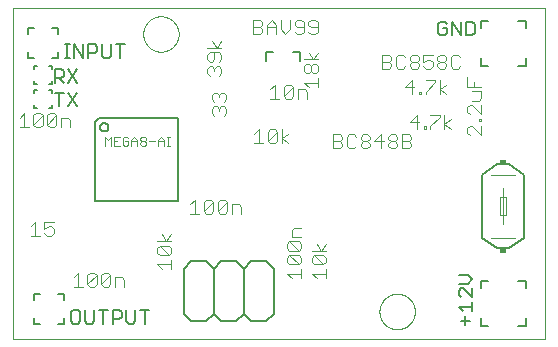
<source format=gto>
G75*
%MOIN*%
%OFA0B0*%
%FSLAX25Y25*%
%IPPOS*%
%LPD*%
%AMOC8*
5,1,8,0,0,1.08239X$1,22.5*
%
%ADD10C,0.00000*%
%ADD11C,0.00400*%
%ADD12C,0.00600*%
%ADD13C,0.00300*%
%ADD14C,0.00500*%
%ADD15C,0.00200*%
%ADD16R,0.02400X0.01400*%
D10*
X0001000Y0001000D02*
X0001000Y0111236D01*
X0178165Y0111236D01*
X0178165Y0001000D01*
X0001000Y0001000D01*
X0123047Y0010055D02*
X0123049Y0010208D01*
X0123055Y0010362D01*
X0123065Y0010515D01*
X0123079Y0010667D01*
X0123097Y0010820D01*
X0123119Y0010971D01*
X0123144Y0011122D01*
X0123174Y0011273D01*
X0123208Y0011423D01*
X0123245Y0011571D01*
X0123286Y0011719D01*
X0123331Y0011865D01*
X0123380Y0012011D01*
X0123433Y0012155D01*
X0123489Y0012297D01*
X0123549Y0012438D01*
X0123613Y0012578D01*
X0123680Y0012716D01*
X0123751Y0012852D01*
X0123826Y0012986D01*
X0123903Y0013118D01*
X0123985Y0013248D01*
X0124069Y0013376D01*
X0124157Y0013502D01*
X0124248Y0013625D01*
X0124342Y0013746D01*
X0124440Y0013864D01*
X0124540Y0013980D01*
X0124644Y0014093D01*
X0124750Y0014204D01*
X0124859Y0014312D01*
X0124971Y0014417D01*
X0125085Y0014518D01*
X0125203Y0014617D01*
X0125322Y0014713D01*
X0125444Y0014806D01*
X0125569Y0014895D01*
X0125696Y0014982D01*
X0125825Y0015064D01*
X0125956Y0015144D01*
X0126089Y0015220D01*
X0126224Y0015293D01*
X0126361Y0015362D01*
X0126500Y0015427D01*
X0126640Y0015489D01*
X0126782Y0015547D01*
X0126925Y0015602D01*
X0127070Y0015653D01*
X0127216Y0015700D01*
X0127363Y0015743D01*
X0127511Y0015782D01*
X0127660Y0015818D01*
X0127810Y0015849D01*
X0127961Y0015877D01*
X0128112Y0015901D01*
X0128265Y0015921D01*
X0128417Y0015937D01*
X0128570Y0015949D01*
X0128723Y0015957D01*
X0128876Y0015961D01*
X0129030Y0015961D01*
X0129183Y0015957D01*
X0129336Y0015949D01*
X0129489Y0015937D01*
X0129641Y0015921D01*
X0129794Y0015901D01*
X0129945Y0015877D01*
X0130096Y0015849D01*
X0130246Y0015818D01*
X0130395Y0015782D01*
X0130543Y0015743D01*
X0130690Y0015700D01*
X0130836Y0015653D01*
X0130981Y0015602D01*
X0131124Y0015547D01*
X0131266Y0015489D01*
X0131406Y0015427D01*
X0131545Y0015362D01*
X0131682Y0015293D01*
X0131817Y0015220D01*
X0131950Y0015144D01*
X0132081Y0015064D01*
X0132210Y0014982D01*
X0132337Y0014895D01*
X0132462Y0014806D01*
X0132584Y0014713D01*
X0132703Y0014617D01*
X0132821Y0014518D01*
X0132935Y0014417D01*
X0133047Y0014312D01*
X0133156Y0014204D01*
X0133262Y0014093D01*
X0133366Y0013980D01*
X0133466Y0013864D01*
X0133564Y0013746D01*
X0133658Y0013625D01*
X0133749Y0013502D01*
X0133837Y0013376D01*
X0133921Y0013248D01*
X0134003Y0013118D01*
X0134080Y0012986D01*
X0134155Y0012852D01*
X0134226Y0012716D01*
X0134293Y0012578D01*
X0134357Y0012438D01*
X0134417Y0012297D01*
X0134473Y0012155D01*
X0134526Y0012011D01*
X0134575Y0011865D01*
X0134620Y0011719D01*
X0134661Y0011571D01*
X0134698Y0011423D01*
X0134732Y0011273D01*
X0134762Y0011122D01*
X0134787Y0010971D01*
X0134809Y0010820D01*
X0134827Y0010667D01*
X0134841Y0010515D01*
X0134851Y0010362D01*
X0134857Y0010208D01*
X0134859Y0010055D01*
X0134857Y0009902D01*
X0134851Y0009748D01*
X0134841Y0009595D01*
X0134827Y0009443D01*
X0134809Y0009290D01*
X0134787Y0009139D01*
X0134762Y0008988D01*
X0134732Y0008837D01*
X0134698Y0008687D01*
X0134661Y0008539D01*
X0134620Y0008391D01*
X0134575Y0008245D01*
X0134526Y0008099D01*
X0134473Y0007955D01*
X0134417Y0007813D01*
X0134357Y0007672D01*
X0134293Y0007532D01*
X0134226Y0007394D01*
X0134155Y0007258D01*
X0134080Y0007124D01*
X0134003Y0006992D01*
X0133921Y0006862D01*
X0133837Y0006734D01*
X0133749Y0006608D01*
X0133658Y0006485D01*
X0133564Y0006364D01*
X0133466Y0006246D01*
X0133366Y0006130D01*
X0133262Y0006017D01*
X0133156Y0005906D01*
X0133047Y0005798D01*
X0132935Y0005693D01*
X0132821Y0005592D01*
X0132703Y0005493D01*
X0132584Y0005397D01*
X0132462Y0005304D01*
X0132337Y0005215D01*
X0132210Y0005128D01*
X0132081Y0005046D01*
X0131950Y0004966D01*
X0131817Y0004890D01*
X0131682Y0004817D01*
X0131545Y0004748D01*
X0131406Y0004683D01*
X0131266Y0004621D01*
X0131124Y0004563D01*
X0130981Y0004508D01*
X0130836Y0004457D01*
X0130690Y0004410D01*
X0130543Y0004367D01*
X0130395Y0004328D01*
X0130246Y0004292D01*
X0130096Y0004261D01*
X0129945Y0004233D01*
X0129794Y0004209D01*
X0129641Y0004189D01*
X0129489Y0004173D01*
X0129336Y0004161D01*
X0129183Y0004153D01*
X0129030Y0004149D01*
X0128876Y0004149D01*
X0128723Y0004153D01*
X0128570Y0004161D01*
X0128417Y0004173D01*
X0128265Y0004189D01*
X0128112Y0004209D01*
X0127961Y0004233D01*
X0127810Y0004261D01*
X0127660Y0004292D01*
X0127511Y0004328D01*
X0127363Y0004367D01*
X0127216Y0004410D01*
X0127070Y0004457D01*
X0126925Y0004508D01*
X0126782Y0004563D01*
X0126640Y0004621D01*
X0126500Y0004683D01*
X0126361Y0004748D01*
X0126224Y0004817D01*
X0126089Y0004890D01*
X0125956Y0004966D01*
X0125825Y0005046D01*
X0125696Y0005128D01*
X0125569Y0005215D01*
X0125444Y0005304D01*
X0125322Y0005397D01*
X0125203Y0005493D01*
X0125085Y0005592D01*
X0124971Y0005693D01*
X0124859Y0005798D01*
X0124750Y0005906D01*
X0124644Y0006017D01*
X0124540Y0006130D01*
X0124440Y0006246D01*
X0124342Y0006364D01*
X0124248Y0006485D01*
X0124157Y0006608D01*
X0124069Y0006734D01*
X0123985Y0006862D01*
X0123903Y0006992D01*
X0123826Y0007124D01*
X0123751Y0007258D01*
X0123680Y0007394D01*
X0123613Y0007532D01*
X0123549Y0007672D01*
X0123489Y0007813D01*
X0123433Y0007955D01*
X0123380Y0008099D01*
X0123331Y0008245D01*
X0123286Y0008391D01*
X0123245Y0008539D01*
X0123208Y0008687D01*
X0123174Y0008837D01*
X0123144Y0008988D01*
X0123119Y0009139D01*
X0123097Y0009290D01*
X0123079Y0009443D01*
X0123065Y0009595D01*
X0123055Y0009748D01*
X0123049Y0009902D01*
X0123047Y0010055D01*
X0044307Y0102575D02*
X0044309Y0102728D01*
X0044315Y0102882D01*
X0044325Y0103035D01*
X0044339Y0103187D01*
X0044357Y0103340D01*
X0044379Y0103491D01*
X0044404Y0103642D01*
X0044434Y0103793D01*
X0044468Y0103943D01*
X0044505Y0104091D01*
X0044546Y0104239D01*
X0044591Y0104385D01*
X0044640Y0104531D01*
X0044693Y0104675D01*
X0044749Y0104817D01*
X0044809Y0104958D01*
X0044873Y0105098D01*
X0044940Y0105236D01*
X0045011Y0105372D01*
X0045086Y0105506D01*
X0045163Y0105638D01*
X0045245Y0105768D01*
X0045329Y0105896D01*
X0045417Y0106022D01*
X0045508Y0106145D01*
X0045602Y0106266D01*
X0045700Y0106384D01*
X0045800Y0106500D01*
X0045904Y0106613D01*
X0046010Y0106724D01*
X0046119Y0106832D01*
X0046231Y0106937D01*
X0046345Y0107038D01*
X0046463Y0107137D01*
X0046582Y0107233D01*
X0046704Y0107326D01*
X0046829Y0107415D01*
X0046956Y0107502D01*
X0047085Y0107584D01*
X0047216Y0107664D01*
X0047349Y0107740D01*
X0047484Y0107813D01*
X0047621Y0107882D01*
X0047760Y0107947D01*
X0047900Y0108009D01*
X0048042Y0108067D01*
X0048185Y0108122D01*
X0048330Y0108173D01*
X0048476Y0108220D01*
X0048623Y0108263D01*
X0048771Y0108302D01*
X0048920Y0108338D01*
X0049070Y0108369D01*
X0049221Y0108397D01*
X0049372Y0108421D01*
X0049525Y0108441D01*
X0049677Y0108457D01*
X0049830Y0108469D01*
X0049983Y0108477D01*
X0050136Y0108481D01*
X0050290Y0108481D01*
X0050443Y0108477D01*
X0050596Y0108469D01*
X0050749Y0108457D01*
X0050901Y0108441D01*
X0051054Y0108421D01*
X0051205Y0108397D01*
X0051356Y0108369D01*
X0051506Y0108338D01*
X0051655Y0108302D01*
X0051803Y0108263D01*
X0051950Y0108220D01*
X0052096Y0108173D01*
X0052241Y0108122D01*
X0052384Y0108067D01*
X0052526Y0108009D01*
X0052666Y0107947D01*
X0052805Y0107882D01*
X0052942Y0107813D01*
X0053077Y0107740D01*
X0053210Y0107664D01*
X0053341Y0107584D01*
X0053470Y0107502D01*
X0053597Y0107415D01*
X0053722Y0107326D01*
X0053844Y0107233D01*
X0053963Y0107137D01*
X0054081Y0107038D01*
X0054195Y0106937D01*
X0054307Y0106832D01*
X0054416Y0106724D01*
X0054522Y0106613D01*
X0054626Y0106500D01*
X0054726Y0106384D01*
X0054824Y0106266D01*
X0054918Y0106145D01*
X0055009Y0106022D01*
X0055097Y0105896D01*
X0055181Y0105768D01*
X0055263Y0105638D01*
X0055340Y0105506D01*
X0055415Y0105372D01*
X0055486Y0105236D01*
X0055553Y0105098D01*
X0055617Y0104958D01*
X0055677Y0104817D01*
X0055733Y0104675D01*
X0055786Y0104531D01*
X0055835Y0104385D01*
X0055880Y0104239D01*
X0055921Y0104091D01*
X0055958Y0103943D01*
X0055992Y0103793D01*
X0056022Y0103642D01*
X0056047Y0103491D01*
X0056069Y0103340D01*
X0056087Y0103187D01*
X0056101Y0103035D01*
X0056111Y0102882D01*
X0056117Y0102728D01*
X0056119Y0102575D01*
X0056117Y0102422D01*
X0056111Y0102268D01*
X0056101Y0102115D01*
X0056087Y0101963D01*
X0056069Y0101810D01*
X0056047Y0101659D01*
X0056022Y0101508D01*
X0055992Y0101357D01*
X0055958Y0101207D01*
X0055921Y0101059D01*
X0055880Y0100911D01*
X0055835Y0100765D01*
X0055786Y0100619D01*
X0055733Y0100475D01*
X0055677Y0100333D01*
X0055617Y0100192D01*
X0055553Y0100052D01*
X0055486Y0099914D01*
X0055415Y0099778D01*
X0055340Y0099644D01*
X0055263Y0099512D01*
X0055181Y0099382D01*
X0055097Y0099254D01*
X0055009Y0099128D01*
X0054918Y0099005D01*
X0054824Y0098884D01*
X0054726Y0098766D01*
X0054626Y0098650D01*
X0054522Y0098537D01*
X0054416Y0098426D01*
X0054307Y0098318D01*
X0054195Y0098213D01*
X0054081Y0098112D01*
X0053963Y0098013D01*
X0053844Y0097917D01*
X0053722Y0097824D01*
X0053597Y0097735D01*
X0053470Y0097648D01*
X0053341Y0097566D01*
X0053210Y0097486D01*
X0053077Y0097410D01*
X0052942Y0097337D01*
X0052805Y0097268D01*
X0052666Y0097203D01*
X0052526Y0097141D01*
X0052384Y0097083D01*
X0052241Y0097028D01*
X0052096Y0096977D01*
X0051950Y0096930D01*
X0051803Y0096887D01*
X0051655Y0096848D01*
X0051506Y0096812D01*
X0051356Y0096781D01*
X0051205Y0096753D01*
X0051054Y0096729D01*
X0050901Y0096709D01*
X0050749Y0096693D01*
X0050596Y0096681D01*
X0050443Y0096673D01*
X0050290Y0096669D01*
X0050136Y0096669D01*
X0049983Y0096673D01*
X0049830Y0096681D01*
X0049677Y0096693D01*
X0049525Y0096709D01*
X0049372Y0096729D01*
X0049221Y0096753D01*
X0049070Y0096781D01*
X0048920Y0096812D01*
X0048771Y0096848D01*
X0048623Y0096887D01*
X0048476Y0096930D01*
X0048330Y0096977D01*
X0048185Y0097028D01*
X0048042Y0097083D01*
X0047900Y0097141D01*
X0047760Y0097203D01*
X0047621Y0097268D01*
X0047484Y0097337D01*
X0047349Y0097410D01*
X0047216Y0097486D01*
X0047085Y0097566D01*
X0046956Y0097648D01*
X0046829Y0097735D01*
X0046704Y0097824D01*
X0046582Y0097917D01*
X0046463Y0098013D01*
X0046345Y0098112D01*
X0046231Y0098213D01*
X0046119Y0098318D01*
X0046010Y0098426D01*
X0045904Y0098537D01*
X0045800Y0098650D01*
X0045700Y0098766D01*
X0045602Y0098884D01*
X0045508Y0099005D01*
X0045417Y0099128D01*
X0045329Y0099254D01*
X0045245Y0099382D01*
X0045163Y0099512D01*
X0045086Y0099644D01*
X0045011Y0099778D01*
X0044940Y0099914D01*
X0044873Y0100052D01*
X0044809Y0100192D01*
X0044749Y0100333D01*
X0044693Y0100475D01*
X0044640Y0100619D01*
X0044591Y0100765D01*
X0044546Y0100911D01*
X0044505Y0101059D01*
X0044468Y0101207D01*
X0044434Y0101357D01*
X0044404Y0101508D01*
X0044379Y0101659D01*
X0044357Y0101810D01*
X0044339Y0101963D01*
X0044325Y0102115D01*
X0044315Y0102268D01*
X0044309Y0102422D01*
X0044307Y0102575D01*
D11*
X0065704Y0097947D02*
X0070308Y0097947D01*
X0068773Y0097947D02*
X0067239Y0100249D01*
X0068773Y0097947D02*
X0070308Y0100249D01*
X0069541Y0096413D02*
X0066471Y0096413D01*
X0065704Y0095645D01*
X0065704Y0094111D01*
X0066471Y0093343D01*
X0067239Y0093343D01*
X0068006Y0094111D01*
X0068006Y0096413D01*
X0069541Y0096413D02*
X0070308Y0095645D01*
X0070308Y0094111D01*
X0069541Y0093343D01*
X0069541Y0091809D02*
X0070308Y0091041D01*
X0070308Y0089507D01*
X0069541Y0088739D01*
X0068006Y0090274D02*
X0068006Y0091041D01*
X0068773Y0091809D01*
X0069541Y0091809D01*
X0068006Y0091041D02*
X0067239Y0091809D01*
X0066471Y0091809D01*
X0065704Y0091041D01*
X0065704Y0089507D01*
X0066471Y0088739D01*
X0068046Y0083066D02*
X0068813Y0083066D01*
X0069581Y0082299D01*
X0070348Y0083066D01*
X0071115Y0083066D01*
X0071883Y0082299D01*
X0071883Y0080764D01*
X0071115Y0079997D01*
X0069581Y0081531D02*
X0069581Y0082299D01*
X0068046Y0083066D02*
X0067279Y0082299D01*
X0067279Y0080764D01*
X0068046Y0079997D01*
X0068046Y0078462D02*
X0068813Y0078462D01*
X0069581Y0077695D01*
X0070348Y0078462D01*
X0071115Y0078462D01*
X0071883Y0077695D01*
X0071883Y0076160D01*
X0071115Y0075393D01*
X0069581Y0076928D02*
X0069581Y0077695D01*
X0068046Y0078462D02*
X0067279Y0077695D01*
X0067279Y0076160D01*
X0068046Y0075393D01*
X0081207Y0069289D02*
X0082741Y0070824D01*
X0082741Y0066220D01*
X0081207Y0066220D02*
X0084276Y0066220D01*
X0085811Y0066987D02*
X0088880Y0070056D01*
X0088880Y0066987D01*
X0088113Y0066220D01*
X0086578Y0066220D01*
X0085811Y0066987D01*
X0085811Y0070056D01*
X0086578Y0070824D01*
X0088113Y0070824D01*
X0088880Y0070056D01*
X0090415Y0070824D02*
X0090415Y0066220D01*
X0090415Y0067754D02*
X0092717Y0069289D01*
X0090415Y0067754D02*
X0092717Y0066220D01*
X0107558Y0066829D02*
X0109860Y0066829D01*
X0110628Y0066061D01*
X0110628Y0065294D01*
X0109860Y0064527D01*
X0107558Y0064527D01*
X0107558Y0069131D01*
X0109860Y0069131D01*
X0110628Y0068363D01*
X0110628Y0067596D01*
X0109860Y0066829D01*
X0112162Y0068363D02*
X0112162Y0065294D01*
X0112930Y0064527D01*
X0114464Y0064527D01*
X0115231Y0065294D01*
X0116766Y0065294D02*
X0117533Y0064527D01*
X0119068Y0064527D01*
X0119835Y0065294D01*
X0119835Y0066061D01*
X0119068Y0066829D01*
X0117533Y0066829D01*
X0116766Y0067596D01*
X0116766Y0068363D01*
X0117533Y0069131D01*
X0119068Y0069131D01*
X0119835Y0068363D01*
X0119835Y0067596D01*
X0119068Y0066829D01*
X0117533Y0066829D02*
X0116766Y0066061D01*
X0116766Y0065294D01*
X0115231Y0068363D02*
X0114464Y0069131D01*
X0112930Y0069131D01*
X0112162Y0068363D01*
X0121370Y0066829D02*
X0124439Y0066829D01*
X0125974Y0067596D02*
X0125974Y0068363D01*
X0126741Y0069131D01*
X0128276Y0069131D01*
X0129043Y0068363D01*
X0129043Y0067596D01*
X0128276Y0066829D01*
X0126741Y0066829D01*
X0125974Y0067596D01*
X0126741Y0066829D02*
X0125974Y0066061D01*
X0125974Y0065294D01*
X0126741Y0064527D01*
X0128276Y0064527D01*
X0129043Y0065294D01*
X0129043Y0066061D01*
X0128276Y0066829D01*
X0130578Y0066829D02*
X0132880Y0066829D01*
X0133647Y0066061D01*
X0133647Y0065294D01*
X0132880Y0064527D01*
X0130578Y0064527D01*
X0130578Y0069131D01*
X0132880Y0069131D01*
X0133647Y0068363D01*
X0133647Y0067596D01*
X0132880Y0066829D01*
X0135451Y0071062D02*
X0135451Y0075666D01*
X0133149Y0073364D01*
X0136218Y0073364D01*
X0137753Y0071830D02*
X0138520Y0071830D01*
X0138520Y0071062D01*
X0137753Y0071062D01*
X0137753Y0071830D01*
X0140055Y0071830D02*
X0140055Y0071062D01*
X0140055Y0071830D02*
X0143124Y0074899D01*
X0143124Y0075666D01*
X0140055Y0075666D01*
X0144659Y0075666D02*
X0144659Y0071062D01*
X0144659Y0072597D02*
X0146961Y0074131D01*
X0144659Y0072597D02*
X0146961Y0071062D01*
X0152397Y0071199D02*
X0152397Y0069664D01*
X0153164Y0068897D01*
X0152397Y0071199D02*
X0153164Y0071966D01*
X0153932Y0071966D01*
X0157001Y0068897D01*
X0157001Y0071966D01*
X0157001Y0073501D02*
X0157001Y0074268D01*
X0156233Y0074268D01*
X0156233Y0073501D01*
X0157001Y0073501D01*
X0157001Y0075803D02*
X0153932Y0078872D01*
X0153164Y0078872D01*
X0152397Y0078105D01*
X0152397Y0076570D01*
X0153164Y0075803D01*
X0157001Y0075803D02*
X0157001Y0078872D01*
X0156233Y0080407D02*
X0157001Y0081174D01*
X0157001Y0083476D01*
X0153932Y0083476D01*
X0154699Y0085011D02*
X0154699Y0086545D01*
X0152397Y0085011D02*
X0152397Y0088080D01*
X0152397Y0085011D02*
X0157001Y0085011D01*
X0156233Y0080407D02*
X0153932Y0080407D01*
X0145386Y0082637D02*
X0143084Y0084172D01*
X0145386Y0085706D01*
X0143084Y0087241D02*
X0143084Y0082637D01*
X0141549Y0086474D02*
X0138480Y0083404D01*
X0138480Y0082637D01*
X0136945Y0082637D02*
X0136945Y0083404D01*
X0136178Y0083404D01*
X0136178Y0082637D01*
X0136945Y0082637D01*
X0133876Y0082637D02*
X0133876Y0087241D01*
X0131574Y0084939D01*
X0134643Y0084939D01*
X0138480Y0087241D02*
X0141549Y0087241D01*
X0141549Y0086474D01*
X0143080Y0090983D02*
X0142313Y0091751D01*
X0142313Y0092518D01*
X0143080Y0093285D01*
X0144615Y0093285D01*
X0145382Y0092518D01*
X0145382Y0091751D01*
X0144615Y0090983D01*
X0143080Y0090983D01*
X0140778Y0091751D02*
X0140011Y0090983D01*
X0138476Y0090983D01*
X0137709Y0091751D01*
X0136174Y0091751D02*
X0135407Y0090983D01*
X0133872Y0090983D01*
X0133105Y0091751D01*
X0133105Y0092518D01*
X0133872Y0093285D01*
X0135407Y0093285D01*
X0136174Y0092518D01*
X0136174Y0091751D01*
X0135407Y0093285D02*
X0136174Y0094053D01*
X0136174Y0094820D01*
X0135407Y0095587D01*
X0133872Y0095587D01*
X0133105Y0094820D01*
X0133105Y0094053D01*
X0133872Y0093285D01*
X0131570Y0094820D02*
X0130803Y0095587D01*
X0129268Y0095587D01*
X0128501Y0094820D01*
X0128501Y0091751D01*
X0129268Y0090983D01*
X0130803Y0090983D01*
X0131570Y0091751D01*
X0126966Y0091751D02*
X0126199Y0090983D01*
X0123897Y0090983D01*
X0123897Y0095587D01*
X0126199Y0095587D01*
X0126966Y0094820D01*
X0126966Y0094053D01*
X0126199Y0093285D01*
X0123897Y0093285D01*
X0126199Y0093285D02*
X0126966Y0092518D01*
X0126966Y0091751D01*
X0137709Y0093285D02*
X0139243Y0094053D01*
X0140011Y0094053D01*
X0140778Y0093285D01*
X0140778Y0091751D01*
X0142313Y0094053D02*
X0142313Y0094820D01*
X0143080Y0095587D01*
X0144615Y0095587D01*
X0145382Y0094820D01*
X0145382Y0094053D01*
X0144615Y0093285D01*
X0143080Y0093285D02*
X0142313Y0094053D01*
X0140778Y0095587D02*
X0137709Y0095587D01*
X0137709Y0093285D01*
X0146916Y0091751D02*
X0147684Y0090983D01*
X0149218Y0090983D01*
X0149986Y0091751D01*
X0146916Y0091751D02*
X0146916Y0094820D01*
X0147684Y0095587D01*
X0149218Y0095587D01*
X0149986Y0094820D01*
X0123672Y0069131D02*
X0121370Y0066829D01*
X0123672Y0064527D02*
X0123672Y0069131D01*
X0102513Y0084868D02*
X0102513Y0087937D01*
X0101745Y0089472D02*
X0100978Y0089472D01*
X0100211Y0090239D01*
X0100211Y0091774D01*
X0100978Y0092541D01*
X0101745Y0092541D01*
X0102513Y0091774D01*
X0102513Y0090239D01*
X0101745Y0089472D01*
X0100211Y0090239D02*
X0099443Y0089472D01*
X0098676Y0089472D01*
X0097909Y0090239D01*
X0097909Y0091774D01*
X0098676Y0092541D01*
X0099443Y0092541D01*
X0100211Y0091774D01*
X0100978Y0094076D02*
X0099443Y0096378D01*
X0097909Y0094076D02*
X0102513Y0094076D01*
X0100978Y0094076D02*
X0102513Y0096378D01*
X0101662Y0102598D02*
X0100127Y0102598D01*
X0099360Y0103365D01*
X0097825Y0103365D02*
X0097058Y0102598D01*
X0095523Y0102598D01*
X0094756Y0103365D01*
X0095523Y0104900D02*
X0097825Y0104900D01*
X0097825Y0106434D02*
X0097825Y0103365D01*
X0095523Y0104900D02*
X0094756Y0105667D01*
X0094756Y0106434D01*
X0095523Y0107202D01*
X0097058Y0107202D01*
X0097825Y0106434D01*
X0099360Y0106434D02*
X0100127Y0107202D01*
X0101662Y0107202D01*
X0102429Y0106434D01*
X0102429Y0103365D01*
X0101662Y0102598D01*
X0102429Y0104900D02*
X0100127Y0104900D01*
X0099360Y0105667D01*
X0099360Y0106434D01*
X0093221Y0107202D02*
X0093221Y0104132D01*
X0091687Y0102598D01*
X0090152Y0104132D01*
X0090152Y0107202D01*
X0088617Y0105667D02*
X0088617Y0102598D01*
X0088617Y0104900D02*
X0085548Y0104900D01*
X0085548Y0105667D02*
X0087083Y0107202D01*
X0088617Y0105667D01*
X0085548Y0105667D02*
X0085548Y0102598D01*
X0084013Y0103365D02*
X0083246Y0102598D01*
X0080944Y0102598D01*
X0080944Y0107202D01*
X0083246Y0107202D01*
X0084013Y0106434D01*
X0084013Y0105667D01*
X0083246Y0104900D01*
X0080944Y0104900D01*
X0083246Y0104900D02*
X0084013Y0104132D01*
X0084013Y0103365D01*
X0088187Y0085627D02*
X0088187Y0081023D01*
X0086653Y0081023D02*
X0089722Y0081023D01*
X0091257Y0081790D02*
X0094326Y0084859D01*
X0094326Y0081790D01*
X0093559Y0081023D01*
X0092024Y0081023D01*
X0091257Y0081790D01*
X0091257Y0084859D01*
X0092024Y0085627D01*
X0093559Y0085627D01*
X0094326Y0084859D01*
X0095861Y0084092D02*
X0098163Y0084092D01*
X0098930Y0083325D01*
X0098930Y0081023D01*
X0095861Y0081023D02*
X0095861Y0084092D01*
X0097909Y0086403D02*
X0102513Y0086403D01*
X0099443Y0084868D02*
X0097909Y0086403D01*
X0088187Y0085627D02*
X0086653Y0084092D01*
X0071509Y0047280D02*
X0072276Y0046513D01*
X0069207Y0043444D01*
X0069974Y0042676D01*
X0071509Y0042676D01*
X0072276Y0043444D01*
X0072276Y0046513D01*
X0071509Y0047280D02*
X0069974Y0047280D01*
X0069207Y0046513D01*
X0069207Y0043444D01*
X0067672Y0043444D02*
X0066905Y0042676D01*
X0065370Y0042676D01*
X0064603Y0043444D01*
X0067672Y0046513D01*
X0067672Y0043444D01*
X0064603Y0043444D02*
X0064603Y0046513D01*
X0065370Y0047280D01*
X0066905Y0047280D01*
X0067672Y0046513D01*
X0063068Y0042676D02*
X0059999Y0042676D01*
X0061534Y0042676D02*
X0061534Y0047280D01*
X0059999Y0045746D01*
X0073811Y0045746D02*
X0073811Y0042676D01*
X0076880Y0042676D02*
X0076880Y0044978D01*
X0076113Y0045746D01*
X0073811Y0045746D01*
X0093813Y0037255D02*
X0093813Y0034953D01*
X0096883Y0034953D01*
X0096115Y0033418D02*
X0096883Y0032651D01*
X0096883Y0031116D01*
X0096115Y0030349D01*
X0093046Y0033418D01*
X0096115Y0033418D01*
X0093046Y0033418D02*
X0092279Y0032651D01*
X0092279Y0031116D01*
X0093046Y0030349D01*
X0096115Y0030349D01*
X0096115Y0028814D02*
X0093046Y0028814D01*
X0096115Y0025745D01*
X0096883Y0026512D01*
X0096883Y0028047D01*
X0096115Y0028814D01*
X0093046Y0028814D02*
X0092279Y0028047D01*
X0092279Y0026512D01*
X0093046Y0025745D01*
X0096115Y0025745D01*
X0096883Y0024210D02*
X0096883Y0021141D01*
X0096883Y0022676D02*
X0092279Y0022676D01*
X0093813Y0021141D01*
X0100546Y0022676D02*
X0102081Y0021141D01*
X0100546Y0022676D02*
X0105150Y0022676D01*
X0105150Y0024210D02*
X0105150Y0021141D01*
X0104383Y0025745D02*
X0101314Y0025745D01*
X0100546Y0026512D01*
X0100546Y0028047D01*
X0101314Y0028814D01*
X0104383Y0025745D01*
X0105150Y0026512D01*
X0105150Y0028047D01*
X0104383Y0028814D01*
X0101314Y0028814D01*
X0100546Y0030349D02*
X0105150Y0030349D01*
X0103616Y0030349D02*
X0102081Y0032651D01*
X0103616Y0030349D02*
X0105150Y0032651D01*
X0096883Y0038022D02*
X0094581Y0038022D01*
X0093813Y0037255D01*
X0053576Y0035800D02*
X0052041Y0033498D01*
X0050506Y0035800D01*
X0048972Y0033498D02*
X0053576Y0033498D01*
X0052808Y0031964D02*
X0053576Y0031196D01*
X0053576Y0029662D01*
X0052808Y0028894D01*
X0049739Y0031964D01*
X0052808Y0031964D01*
X0049739Y0031964D02*
X0048972Y0031196D01*
X0048972Y0029662D01*
X0049739Y0028894D01*
X0052808Y0028894D01*
X0053576Y0027360D02*
X0053576Y0024291D01*
X0050506Y0024291D02*
X0048972Y0025825D01*
X0053576Y0025825D01*
X0037992Y0020687D02*
X0037992Y0018385D01*
X0037992Y0020687D02*
X0037225Y0021454D01*
X0034923Y0021454D01*
X0034923Y0018385D01*
X0033388Y0019152D02*
X0032621Y0018385D01*
X0031086Y0018385D01*
X0030319Y0019152D01*
X0033388Y0022222D01*
X0033388Y0019152D01*
X0030319Y0019152D02*
X0030319Y0022222D01*
X0031086Y0022989D01*
X0032621Y0022989D01*
X0033388Y0022222D01*
X0028784Y0022222D02*
X0028784Y0019152D01*
X0028017Y0018385D01*
X0026482Y0018385D01*
X0025715Y0019152D01*
X0028784Y0022222D01*
X0028017Y0022989D01*
X0026482Y0022989D01*
X0025715Y0022222D01*
X0025715Y0019152D01*
X0024180Y0018385D02*
X0021111Y0018385D01*
X0022646Y0018385D02*
X0022646Y0022989D01*
X0021111Y0021454D01*
X0013642Y0035354D02*
X0012107Y0035354D01*
X0011340Y0036121D01*
X0011340Y0037655D02*
X0012875Y0038423D01*
X0013642Y0038423D01*
X0014409Y0037655D01*
X0014409Y0036121D01*
X0013642Y0035354D01*
X0011340Y0037655D02*
X0011340Y0039957D01*
X0014409Y0039957D01*
X0008271Y0039957D02*
X0008271Y0035354D01*
X0006736Y0035354D02*
X0009806Y0035354D01*
X0006736Y0038423D02*
X0008271Y0039957D01*
X0008490Y0071574D02*
X0007723Y0072341D01*
X0010792Y0075411D01*
X0010792Y0072341D01*
X0010025Y0071574D01*
X0008490Y0071574D01*
X0007723Y0072341D02*
X0007723Y0075411D01*
X0008490Y0076178D01*
X0010025Y0076178D01*
X0010792Y0075411D01*
X0012327Y0075411D02*
X0013094Y0076178D01*
X0014629Y0076178D01*
X0015396Y0075411D01*
X0012327Y0072341D01*
X0013094Y0071574D01*
X0014629Y0071574D01*
X0015396Y0072341D01*
X0015396Y0075411D01*
X0016931Y0074643D02*
X0019233Y0074643D01*
X0020000Y0073876D01*
X0020000Y0071574D01*
X0016931Y0071574D02*
X0016931Y0074643D01*
X0012327Y0075411D02*
X0012327Y0072341D01*
X0006188Y0071574D02*
X0003119Y0071574D01*
X0004654Y0071574D02*
X0004654Y0076178D01*
X0003119Y0074643D01*
D12*
X0007843Y0077921D02*
X0007843Y0078921D01*
X0007843Y0077921D02*
X0008843Y0077921D01*
X0012843Y0077921D02*
X0013843Y0077921D01*
X0013843Y0078921D01*
X0013843Y0082921D02*
X0013843Y0083921D01*
X0012843Y0083921D01*
X0012843Y0085795D02*
X0013843Y0085795D01*
X0013843Y0086795D01*
X0013843Y0090795D02*
X0013843Y0091795D01*
X0012843Y0091795D01*
X0013843Y0094425D02*
X0015843Y0094425D01*
X0015843Y0096425D01*
X0007843Y0094425D02*
X0005843Y0094425D01*
X0005843Y0096425D01*
X0007843Y0091795D02*
X0007843Y0090795D01*
X0007843Y0091795D02*
X0008843Y0091795D01*
X0007843Y0086795D02*
X0007843Y0085795D01*
X0008843Y0085795D01*
X0008843Y0083921D02*
X0007843Y0083921D01*
X0007843Y0082921D01*
X0028303Y0073126D02*
X0029701Y0074524D01*
X0055902Y0074524D01*
X0055902Y0046925D01*
X0028303Y0046925D01*
X0028303Y0073126D01*
X0029888Y0071524D02*
X0029890Y0071599D01*
X0029896Y0071673D01*
X0029906Y0071747D01*
X0029919Y0071820D01*
X0029937Y0071893D01*
X0029958Y0071964D01*
X0029983Y0072035D01*
X0030012Y0072104D01*
X0030045Y0072171D01*
X0030081Y0072236D01*
X0030120Y0072300D01*
X0030162Y0072361D01*
X0030208Y0072420D01*
X0030257Y0072477D01*
X0030309Y0072530D01*
X0030363Y0072581D01*
X0030420Y0072630D01*
X0030480Y0072674D01*
X0030542Y0072716D01*
X0030606Y0072755D01*
X0030672Y0072790D01*
X0030739Y0072821D01*
X0030809Y0072849D01*
X0030879Y0072873D01*
X0030951Y0072894D01*
X0031024Y0072910D01*
X0031097Y0072923D01*
X0031172Y0072932D01*
X0031246Y0072937D01*
X0031321Y0072938D01*
X0031395Y0072935D01*
X0031470Y0072928D01*
X0031543Y0072917D01*
X0031617Y0072903D01*
X0031689Y0072884D01*
X0031760Y0072862D01*
X0031830Y0072836D01*
X0031899Y0072806D01*
X0031965Y0072773D01*
X0032030Y0072736D01*
X0032093Y0072696D01*
X0032154Y0072652D01*
X0032212Y0072606D01*
X0032268Y0072556D01*
X0032321Y0072504D01*
X0032372Y0072449D01*
X0032419Y0072391D01*
X0032463Y0072331D01*
X0032504Y0072268D01*
X0032542Y0072204D01*
X0032576Y0072138D01*
X0032607Y0072069D01*
X0032634Y0072000D01*
X0032657Y0071929D01*
X0032676Y0071857D01*
X0032692Y0071784D01*
X0032704Y0071710D01*
X0032712Y0071636D01*
X0032716Y0071561D01*
X0032716Y0071487D01*
X0032712Y0071412D01*
X0032704Y0071338D01*
X0032692Y0071264D01*
X0032676Y0071191D01*
X0032657Y0071119D01*
X0032634Y0071048D01*
X0032607Y0070979D01*
X0032576Y0070910D01*
X0032542Y0070844D01*
X0032504Y0070780D01*
X0032463Y0070717D01*
X0032419Y0070657D01*
X0032372Y0070599D01*
X0032321Y0070544D01*
X0032268Y0070492D01*
X0032212Y0070442D01*
X0032154Y0070396D01*
X0032093Y0070352D01*
X0032030Y0070312D01*
X0031965Y0070275D01*
X0031899Y0070242D01*
X0031830Y0070212D01*
X0031760Y0070186D01*
X0031689Y0070164D01*
X0031617Y0070145D01*
X0031543Y0070131D01*
X0031470Y0070120D01*
X0031395Y0070113D01*
X0031321Y0070110D01*
X0031246Y0070111D01*
X0031172Y0070116D01*
X0031097Y0070125D01*
X0031024Y0070138D01*
X0030951Y0070154D01*
X0030879Y0070175D01*
X0030809Y0070199D01*
X0030739Y0070227D01*
X0030672Y0070258D01*
X0030606Y0070293D01*
X0030542Y0070332D01*
X0030480Y0070374D01*
X0030420Y0070418D01*
X0030363Y0070467D01*
X0030309Y0070518D01*
X0030257Y0070571D01*
X0030208Y0070628D01*
X0030162Y0070687D01*
X0030120Y0070748D01*
X0030081Y0070812D01*
X0030045Y0070877D01*
X0030012Y0070944D01*
X0029983Y0071013D01*
X0029958Y0071084D01*
X0029937Y0071155D01*
X0029919Y0071228D01*
X0029906Y0071301D01*
X0029896Y0071375D01*
X0029890Y0071449D01*
X0029888Y0071524D01*
X0015843Y0102425D02*
X0015843Y0104425D01*
X0013843Y0104425D01*
X0007843Y0104425D02*
X0005843Y0104425D01*
X0005843Y0102425D01*
X0085400Y0096631D02*
X0085400Y0093431D01*
X0085400Y0096631D02*
X0087600Y0096631D01*
X0094400Y0096631D02*
X0096600Y0096631D01*
X0096600Y0093431D01*
X0156886Y0094425D02*
X0156886Y0091925D01*
X0159386Y0091925D01*
X0169386Y0091925D02*
X0171886Y0091925D01*
X0171886Y0094425D01*
X0171886Y0104425D02*
X0171886Y0106925D01*
X0169386Y0106925D01*
X0159386Y0106925D02*
X0156886Y0106925D01*
X0156886Y0104425D01*
X0162386Y0059094D02*
X0157386Y0055594D01*
X0157386Y0034594D01*
X0162386Y0031094D01*
X0166386Y0031094D01*
X0171386Y0034594D01*
X0171386Y0055594D01*
X0166386Y0059094D01*
X0162386Y0059094D01*
X0159386Y0020311D02*
X0156886Y0020311D01*
X0156886Y0017811D01*
X0169386Y0020311D02*
X0171886Y0020311D01*
X0171886Y0017811D01*
X0171886Y0007811D02*
X0171886Y0005311D01*
X0169386Y0005311D01*
X0159386Y0005311D02*
X0156886Y0005311D01*
X0156886Y0007811D01*
X0087890Y0009248D02*
X0087890Y0024248D01*
X0085390Y0026748D01*
X0080390Y0026748D01*
X0077890Y0024248D01*
X0077890Y0009248D01*
X0080390Y0006748D01*
X0085390Y0006748D01*
X0087890Y0009248D01*
X0077890Y0009248D02*
X0075390Y0006748D01*
X0070390Y0006748D01*
X0067890Y0009248D01*
X0067890Y0024248D01*
X0070390Y0026748D01*
X0075390Y0026748D01*
X0077890Y0024248D01*
X0067890Y0024248D02*
X0065390Y0026748D01*
X0060390Y0026748D01*
X0057890Y0024248D01*
X0057890Y0009248D01*
X0060390Y0006748D01*
X0065390Y0006748D01*
X0067890Y0009248D01*
X0017811Y0007843D02*
X0017811Y0005843D01*
X0015811Y0005843D01*
X0009811Y0005843D02*
X0007811Y0005843D01*
X0007811Y0007843D01*
X0007811Y0013843D02*
X0007811Y0015843D01*
X0009811Y0015843D01*
X0015811Y0015843D02*
X0017811Y0015843D01*
X0017811Y0013843D01*
D13*
X0031533Y0065323D02*
X0031533Y0068226D01*
X0032501Y0067258D01*
X0033468Y0068226D01*
X0033468Y0065323D01*
X0034480Y0065323D02*
X0036415Y0065323D01*
X0037427Y0065807D02*
X0037910Y0065323D01*
X0038878Y0065323D01*
X0039361Y0065807D01*
X0039361Y0066774D01*
X0038394Y0066774D01*
X0037427Y0065807D02*
X0037427Y0067742D01*
X0037910Y0068226D01*
X0038878Y0068226D01*
X0039361Y0067742D01*
X0040373Y0067258D02*
X0041341Y0068226D01*
X0042308Y0067258D01*
X0042308Y0065323D01*
X0043320Y0065807D02*
X0043320Y0066291D01*
X0043803Y0066774D01*
X0044771Y0066774D01*
X0045255Y0066291D01*
X0045255Y0065807D01*
X0044771Y0065323D01*
X0043803Y0065323D01*
X0043320Y0065807D01*
X0043803Y0066774D02*
X0043320Y0067258D01*
X0043320Y0067742D01*
X0043803Y0068226D01*
X0044771Y0068226D01*
X0045255Y0067742D01*
X0045255Y0067258D01*
X0044771Y0066774D01*
X0046266Y0066774D02*
X0048201Y0066774D01*
X0049213Y0066774D02*
X0051148Y0066774D01*
X0051148Y0067258D02*
X0051148Y0065323D01*
X0052159Y0065323D02*
X0053127Y0065323D01*
X0052643Y0065323D02*
X0052643Y0068226D01*
X0052159Y0068226D02*
X0053127Y0068226D01*
X0051148Y0067258D02*
X0050180Y0068226D01*
X0049213Y0067258D01*
X0049213Y0065323D01*
X0042308Y0066774D02*
X0040373Y0066774D01*
X0040373Y0067258D02*
X0040373Y0065323D01*
X0036415Y0068226D02*
X0034480Y0068226D01*
X0034480Y0065323D01*
X0034480Y0066774D02*
X0035447Y0066774D01*
D14*
X0022392Y0078478D02*
X0019389Y0082982D01*
X0017788Y0082982D02*
X0014785Y0082982D01*
X0016287Y0082982D02*
X0016287Y0078478D01*
X0019389Y0078478D02*
X0022392Y0082982D01*
X0022392Y0086352D02*
X0019389Y0090856D01*
X0017788Y0090106D02*
X0017788Y0088604D01*
X0017037Y0087854D01*
X0014785Y0087854D01*
X0016287Y0087854D02*
X0017788Y0086352D01*
X0019389Y0086352D02*
X0022392Y0090856D01*
X0017788Y0090106D02*
X0017037Y0090856D01*
X0014785Y0090856D01*
X0014785Y0086352D01*
X0018297Y0094652D02*
X0019799Y0094652D01*
X0019048Y0094652D02*
X0019048Y0099155D01*
X0018297Y0099155D02*
X0019799Y0099155D01*
X0021367Y0099155D02*
X0024369Y0094652D01*
X0024369Y0099155D01*
X0025970Y0099155D02*
X0028222Y0099155D01*
X0028973Y0098405D01*
X0028973Y0096903D01*
X0028222Y0096153D01*
X0025970Y0096153D01*
X0025970Y0094652D02*
X0025970Y0099155D01*
X0021367Y0099155D02*
X0021367Y0094652D01*
X0030574Y0095402D02*
X0031325Y0094652D01*
X0032826Y0094652D01*
X0033577Y0095402D01*
X0033577Y0099155D01*
X0035178Y0099155D02*
X0038181Y0099155D01*
X0036680Y0099155D02*
X0036680Y0094652D01*
X0030574Y0095402D02*
X0030574Y0099155D01*
X0142576Y0102961D02*
X0143327Y0102211D01*
X0144828Y0102211D01*
X0145579Y0102961D01*
X0145579Y0104463D01*
X0144077Y0104463D01*
X0142576Y0105964D02*
X0142576Y0102961D01*
X0142576Y0105964D02*
X0143327Y0106714D01*
X0144828Y0106714D01*
X0145579Y0105964D01*
X0147180Y0106714D02*
X0150182Y0102211D01*
X0150182Y0106714D01*
X0151784Y0106714D02*
X0154036Y0106714D01*
X0154786Y0105964D01*
X0154786Y0102961D01*
X0154036Y0102211D01*
X0151784Y0102211D01*
X0151784Y0106714D01*
X0147180Y0106714D02*
X0147180Y0102211D01*
X0149451Y0022375D02*
X0152453Y0022375D01*
X0153955Y0020874D01*
X0152453Y0019373D01*
X0149451Y0019373D01*
X0150202Y0017771D02*
X0149451Y0017021D01*
X0149451Y0015520D01*
X0150202Y0014769D01*
X0150202Y0017771D02*
X0150952Y0017771D01*
X0153955Y0014769D01*
X0153955Y0017771D01*
X0153955Y0013168D02*
X0153955Y0010165D01*
X0153955Y0011666D02*
X0149451Y0011666D01*
X0150952Y0010165D01*
X0151703Y0008564D02*
X0151703Y0005561D01*
X0150202Y0007062D02*
X0153204Y0007062D01*
X0046288Y0010573D02*
X0043285Y0010573D01*
X0044787Y0010573D02*
X0044787Y0006069D01*
X0041684Y0006820D02*
X0041684Y0010573D01*
X0038681Y0010573D02*
X0038681Y0006820D01*
X0039432Y0006069D01*
X0040933Y0006069D01*
X0041684Y0006820D01*
X0037080Y0008321D02*
X0036329Y0007570D01*
X0034078Y0007570D01*
X0034078Y0006069D02*
X0034078Y0010573D01*
X0036329Y0010573D01*
X0037080Y0009822D01*
X0037080Y0008321D01*
X0032476Y0010573D02*
X0029474Y0010573D01*
X0030975Y0010573D02*
X0030975Y0006069D01*
X0027872Y0006820D02*
X0027122Y0006069D01*
X0025620Y0006069D01*
X0024870Y0006820D01*
X0024870Y0010573D01*
X0023268Y0009822D02*
X0022518Y0010573D01*
X0021016Y0010573D01*
X0020266Y0009822D01*
X0020266Y0006820D01*
X0021016Y0006069D01*
X0022518Y0006069D01*
X0023268Y0006820D01*
X0023268Y0009822D01*
X0027872Y0010573D02*
X0027872Y0006820D01*
D15*
X0160386Y0034594D02*
X0168386Y0034594D01*
X0164386Y0039094D02*
X0164386Y0051094D01*
X0165386Y0048094D02*
X0163386Y0048094D01*
X0163386Y0042094D01*
X0165386Y0042094D01*
X0165386Y0048094D01*
X0168386Y0055594D02*
X0160386Y0055594D01*
D16*
X0164386Y0059794D03*
X0164386Y0030394D03*
M02*

</source>
